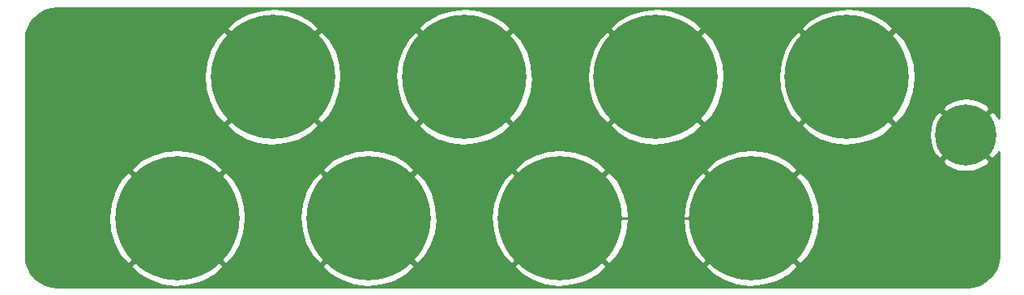
<source format=gbr>
G04 #@! TF.GenerationSoftware,KiCad,Pcbnew,(5.1.5-0)*
G04 #@! TF.CreationDate,2021-01-21T22:08:09-07:00*
G04 #@! TF.ProjectId,front_panel,66726f6e-745f-4706-916e-656c2e6b6963,rev?*
G04 #@! TF.SameCoordinates,Original*
G04 #@! TF.FileFunction,Copper,L1,Top*
G04 #@! TF.FilePolarity,Positive*
%FSLAX46Y46*%
G04 Gerber Fmt 4.6, Leading zero omitted, Abs format (unit mm)*
G04 Created by KiCad (PCBNEW (5.1.5-0)) date 2021-01-21 22:08:09*
%MOMM*%
%LPD*%
G04 APERTURE LIST*
%ADD10C,13.000000*%
%ADD11C,0.800000*%
%ADD12C,6.400000*%
%ADD13C,5.800000*%
%ADD14C,0.250000*%
%ADD15C,0.254000*%
G04 APERTURE END LIST*
D10*
X132565000Y-118715000D03*
X122565000Y-103915000D03*
X112565000Y-118715000D03*
X142565000Y-103915000D03*
X172565000Y-118715000D03*
X152565000Y-118715000D03*
X162565000Y-103915000D03*
X182565000Y-103915000D03*
D11*
X196697056Y-108302944D03*
X195000000Y-107600000D03*
X193302944Y-108302944D03*
X192600000Y-110000000D03*
X193302944Y-111697056D03*
X195000000Y-112400000D03*
X196697056Y-111697056D03*
X197400000Y-110000000D03*
D12*
X195000000Y-110000000D03*
D13*
X100000000Y-100000000D03*
X100000000Y-122630000D03*
X195130000Y-100000000D03*
X195130000Y-122630000D03*
D14*
X152565000Y-118715000D02*
X172565000Y-118715000D01*
D15*
G36*
X195765502Y-96790476D02*
G01*
X196376802Y-96975039D01*
X196940603Y-97274817D01*
X197435445Y-97678399D01*
X197842474Y-98170412D01*
X198146184Y-98732112D01*
X198335008Y-99342104D01*
X198405000Y-100008036D01*
X198405000Y-108235400D01*
X198217555Y-107879330D01*
X198190548Y-107838912D01*
X197700881Y-107478724D01*
X195179605Y-110000000D01*
X197700881Y-112521276D01*
X198190548Y-112161088D01*
X198405001Y-111765891D01*
X198405001Y-122597712D01*
X198339524Y-123265501D01*
X198154962Y-123876800D01*
X197855183Y-124440603D01*
X197451598Y-124935447D01*
X196959587Y-125342474D01*
X196397888Y-125646184D01*
X195787896Y-125835008D01*
X195121964Y-125905000D01*
X100032278Y-125905000D01*
X99364499Y-125839524D01*
X98753200Y-125654962D01*
X98189397Y-125355183D01*
X97694553Y-124951598D01*
X97287526Y-124459587D01*
X96983816Y-123897888D01*
X96941552Y-123761355D01*
X107698251Y-123761355D01*
X108454267Y-124589005D01*
X109679214Y-125278101D01*
X111015062Y-125714982D01*
X112410472Y-125882858D01*
X113811821Y-125775277D01*
X115165255Y-125396373D01*
X116418763Y-124760708D01*
X116675733Y-124589005D01*
X117431749Y-123761355D01*
X127698251Y-123761355D01*
X128454267Y-124589005D01*
X129679214Y-125278101D01*
X131015062Y-125714982D01*
X132410472Y-125882858D01*
X133811821Y-125775277D01*
X135165255Y-125396373D01*
X136418763Y-124760708D01*
X136675733Y-124589005D01*
X137431749Y-123761355D01*
X147698251Y-123761355D01*
X148454267Y-124589005D01*
X149679214Y-125278101D01*
X151015062Y-125714982D01*
X152410472Y-125882858D01*
X153811821Y-125775277D01*
X155165255Y-125396373D01*
X156418763Y-124760708D01*
X156675733Y-124589005D01*
X157431749Y-123761355D01*
X167698251Y-123761355D01*
X168454267Y-124589005D01*
X169679214Y-125278101D01*
X171015062Y-125714982D01*
X172410472Y-125882858D01*
X173811821Y-125775277D01*
X175165255Y-125396373D01*
X176418763Y-124760708D01*
X176675733Y-124589005D01*
X177431749Y-123761355D01*
X172565000Y-118894605D01*
X167698251Y-123761355D01*
X157431749Y-123761355D01*
X152565000Y-118894605D01*
X147698251Y-123761355D01*
X137431749Y-123761355D01*
X132565000Y-118894605D01*
X127698251Y-123761355D01*
X117431749Y-123761355D01*
X112565000Y-118894605D01*
X107698251Y-123761355D01*
X96941552Y-123761355D01*
X96794992Y-123287896D01*
X96725000Y-122621964D01*
X96725000Y-118560472D01*
X105397142Y-118560472D01*
X105504723Y-119961821D01*
X105883627Y-121315255D01*
X106519292Y-122568763D01*
X106690995Y-122825733D01*
X107518645Y-123581749D01*
X112385395Y-118715000D01*
X112744605Y-118715000D01*
X117611355Y-123581749D01*
X118439005Y-122825733D01*
X119128101Y-121600786D01*
X119564982Y-120264938D01*
X119732858Y-118869528D01*
X119709132Y-118560472D01*
X125397142Y-118560472D01*
X125504723Y-119961821D01*
X125883627Y-121315255D01*
X126519292Y-122568763D01*
X126690995Y-122825733D01*
X127518645Y-123581749D01*
X132385395Y-118715000D01*
X132744605Y-118715000D01*
X137611355Y-123581749D01*
X138439005Y-122825733D01*
X139128101Y-121600786D01*
X139564982Y-120264938D01*
X139732858Y-118869528D01*
X139709132Y-118560472D01*
X145397142Y-118560472D01*
X145504723Y-119961821D01*
X145883627Y-121315255D01*
X146519292Y-122568763D01*
X146690995Y-122825733D01*
X147518645Y-123581749D01*
X152385395Y-118715000D01*
X152744605Y-118715000D01*
X157611355Y-123581749D01*
X158439005Y-122825733D01*
X159128101Y-121600786D01*
X159564982Y-120264938D01*
X159732858Y-118869528D01*
X159709132Y-118560472D01*
X165397142Y-118560472D01*
X165504723Y-119961821D01*
X165883627Y-121315255D01*
X166519292Y-122568763D01*
X166690995Y-122825733D01*
X167518645Y-123581749D01*
X172385395Y-118715000D01*
X172744605Y-118715000D01*
X177611355Y-123581749D01*
X178439005Y-122825733D01*
X179128101Y-121600786D01*
X179564982Y-120264938D01*
X179732858Y-118869528D01*
X179625277Y-117468179D01*
X179246373Y-116114745D01*
X178610708Y-114861237D01*
X178439005Y-114604267D01*
X177611355Y-113848251D01*
X172744605Y-118715000D01*
X172385395Y-118715000D01*
X167518645Y-113848251D01*
X166690995Y-114604267D01*
X166001899Y-115829214D01*
X165565018Y-117165062D01*
X165397142Y-118560472D01*
X159709132Y-118560472D01*
X159625277Y-117468179D01*
X159246373Y-116114745D01*
X158610708Y-114861237D01*
X158439005Y-114604267D01*
X157611355Y-113848251D01*
X152744605Y-118715000D01*
X152385395Y-118715000D01*
X147518645Y-113848251D01*
X146690995Y-114604267D01*
X146001899Y-115829214D01*
X145565018Y-117165062D01*
X145397142Y-118560472D01*
X139709132Y-118560472D01*
X139625277Y-117468179D01*
X139246373Y-116114745D01*
X138610708Y-114861237D01*
X138439005Y-114604267D01*
X137611355Y-113848251D01*
X132744605Y-118715000D01*
X132385395Y-118715000D01*
X127518645Y-113848251D01*
X126690995Y-114604267D01*
X126001899Y-115829214D01*
X125565018Y-117165062D01*
X125397142Y-118560472D01*
X119709132Y-118560472D01*
X119625277Y-117468179D01*
X119246373Y-116114745D01*
X118610708Y-114861237D01*
X118439005Y-114604267D01*
X117611355Y-113848251D01*
X112744605Y-118715000D01*
X112385395Y-118715000D01*
X107518645Y-113848251D01*
X106690995Y-114604267D01*
X106001899Y-115829214D01*
X105565018Y-117165062D01*
X105397142Y-118560472D01*
X96725000Y-118560472D01*
X96725000Y-113668645D01*
X107698251Y-113668645D01*
X112565000Y-118535395D01*
X117431749Y-113668645D01*
X127698251Y-113668645D01*
X132565000Y-118535395D01*
X137431749Y-113668645D01*
X147698251Y-113668645D01*
X152565000Y-118535395D01*
X157431749Y-113668645D01*
X167698251Y-113668645D01*
X172565000Y-118535395D01*
X177431749Y-113668645D01*
X176675733Y-112840995D01*
X176426665Y-112700881D01*
X192478724Y-112700881D01*
X192838912Y-113190548D01*
X193502882Y-113550849D01*
X194224385Y-113774694D01*
X194975695Y-113853480D01*
X195727938Y-113784178D01*
X196452208Y-113569452D01*
X197120670Y-113217555D01*
X197161088Y-113190548D01*
X197521276Y-112700881D01*
X195000000Y-110179605D01*
X192478724Y-112700881D01*
X176426665Y-112700881D01*
X175450786Y-112151899D01*
X174114938Y-111715018D01*
X172719528Y-111547142D01*
X171318179Y-111654723D01*
X169964745Y-112033627D01*
X168711237Y-112669292D01*
X168454267Y-112840995D01*
X167698251Y-113668645D01*
X157431749Y-113668645D01*
X156675733Y-112840995D01*
X155450786Y-112151899D01*
X154114938Y-111715018D01*
X152719528Y-111547142D01*
X151318179Y-111654723D01*
X149964745Y-112033627D01*
X148711237Y-112669292D01*
X148454267Y-112840995D01*
X147698251Y-113668645D01*
X137431749Y-113668645D01*
X136675733Y-112840995D01*
X135450786Y-112151899D01*
X134114938Y-111715018D01*
X132719528Y-111547142D01*
X131318179Y-111654723D01*
X129964745Y-112033627D01*
X128711237Y-112669292D01*
X128454267Y-112840995D01*
X127698251Y-113668645D01*
X117431749Y-113668645D01*
X116675733Y-112840995D01*
X115450786Y-112151899D01*
X114114938Y-111715018D01*
X112719528Y-111547142D01*
X111318179Y-111654723D01*
X109964745Y-112033627D01*
X108711237Y-112669292D01*
X108454267Y-112840995D01*
X107698251Y-113668645D01*
X96725000Y-113668645D01*
X96725000Y-108961355D01*
X117698251Y-108961355D01*
X118454267Y-109789005D01*
X119679214Y-110478101D01*
X121015062Y-110914982D01*
X122410472Y-111082858D01*
X123811821Y-110975277D01*
X125165255Y-110596373D01*
X126418763Y-109960708D01*
X126675733Y-109789005D01*
X127431749Y-108961355D01*
X137698251Y-108961355D01*
X138454267Y-109789005D01*
X139679214Y-110478101D01*
X141015062Y-110914982D01*
X142410472Y-111082858D01*
X143811821Y-110975277D01*
X145165255Y-110596373D01*
X146418763Y-109960708D01*
X146675733Y-109789005D01*
X147431749Y-108961355D01*
X157698251Y-108961355D01*
X158454267Y-109789005D01*
X159679214Y-110478101D01*
X161015062Y-110914982D01*
X162410472Y-111082858D01*
X163811821Y-110975277D01*
X165165255Y-110596373D01*
X166418763Y-109960708D01*
X166675733Y-109789005D01*
X167431749Y-108961355D01*
X177698251Y-108961355D01*
X178454267Y-109789005D01*
X179679214Y-110478101D01*
X181015062Y-110914982D01*
X182410472Y-111082858D01*
X183811821Y-110975277D01*
X185165255Y-110596373D01*
X186389209Y-109975695D01*
X191146520Y-109975695D01*
X191215822Y-110727938D01*
X191430548Y-111452208D01*
X191782445Y-112120670D01*
X191809452Y-112161088D01*
X192299119Y-112521276D01*
X194820395Y-110000000D01*
X192299119Y-107478724D01*
X191809452Y-107838912D01*
X191449151Y-108502882D01*
X191225306Y-109224385D01*
X191146520Y-109975695D01*
X186389209Y-109975695D01*
X186418763Y-109960708D01*
X186675733Y-109789005D01*
X187431749Y-108961355D01*
X182565000Y-104094605D01*
X177698251Y-108961355D01*
X167431749Y-108961355D01*
X162565000Y-104094605D01*
X157698251Y-108961355D01*
X147431749Y-108961355D01*
X142565000Y-104094605D01*
X137698251Y-108961355D01*
X127431749Y-108961355D01*
X122565000Y-104094605D01*
X117698251Y-108961355D01*
X96725000Y-108961355D01*
X96725000Y-103760472D01*
X115397142Y-103760472D01*
X115504723Y-105161821D01*
X115883627Y-106515255D01*
X116519292Y-107768763D01*
X116690995Y-108025733D01*
X117518645Y-108781749D01*
X122385395Y-103915000D01*
X122744605Y-103915000D01*
X127611355Y-108781749D01*
X128439005Y-108025733D01*
X129128101Y-106800786D01*
X129564982Y-105464938D01*
X129732858Y-104069528D01*
X129709132Y-103760472D01*
X135397142Y-103760472D01*
X135504723Y-105161821D01*
X135883627Y-106515255D01*
X136519292Y-107768763D01*
X136690995Y-108025733D01*
X137518645Y-108781749D01*
X142385395Y-103915000D01*
X142744605Y-103915000D01*
X147611355Y-108781749D01*
X148439005Y-108025733D01*
X149128101Y-106800786D01*
X149564982Y-105464938D01*
X149732858Y-104069528D01*
X149709132Y-103760472D01*
X155397142Y-103760472D01*
X155504723Y-105161821D01*
X155883627Y-106515255D01*
X156519292Y-107768763D01*
X156690995Y-108025733D01*
X157518645Y-108781749D01*
X162385395Y-103915000D01*
X162744605Y-103915000D01*
X167611355Y-108781749D01*
X168439005Y-108025733D01*
X169128101Y-106800786D01*
X169564982Y-105464938D01*
X169732858Y-104069528D01*
X169709132Y-103760472D01*
X175397142Y-103760472D01*
X175504723Y-105161821D01*
X175883627Y-106515255D01*
X176519292Y-107768763D01*
X176690995Y-108025733D01*
X177518645Y-108781749D01*
X182385395Y-103915000D01*
X182744605Y-103915000D01*
X187611355Y-108781749D01*
X188439005Y-108025733D01*
X188847762Y-107299119D01*
X192478724Y-107299119D01*
X195000000Y-109820395D01*
X197521276Y-107299119D01*
X197161088Y-106809452D01*
X196497118Y-106449151D01*
X195775615Y-106225306D01*
X195024305Y-106146520D01*
X194272062Y-106215822D01*
X193547792Y-106430548D01*
X192879330Y-106782445D01*
X192838912Y-106809452D01*
X192478724Y-107299119D01*
X188847762Y-107299119D01*
X189128101Y-106800786D01*
X189564982Y-105464938D01*
X189732858Y-104069528D01*
X189625277Y-102668179D01*
X189246373Y-101314745D01*
X188610708Y-100061237D01*
X188439005Y-99804267D01*
X187611355Y-99048251D01*
X182744605Y-103915000D01*
X182385395Y-103915000D01*
X177518645Y-99048251D01*
X176690995Y-99804267D01*
X176001899Y-101029214D01*
X175565018Y-102365062D01*
X175397142Y-103760472D01*
X169709132Y-103760472D01*
X169625277Y-102668179D01*
X169246373Y-101314745D01*
X168610708Y-100061237D01*
X168439005Y-99804267D01*
X167611355Y-99048251D01*
X162744605Y-103915000D01*
X162385395Y-103915000D01*
X157518645Y-99048251D01*
X156690995Y-99804267D01*
X156001899Y-101029214D01*
X155565018Y-102365062D01*
X155397142Y-103760472D01*
X149709132Y-103760472D01*
X149625277Y-102668179D01*
X149246373Y-101314745D01*
X148610708Y-100061237D01*
X148439005Y-99804267D01*
X147611355Y-99048251D01*
X142744605Y-103915000D01*
X142385395Y-103915000D01*
X137518645Y-99048251D01*
X136690995Y-99804267D01*
X136001899Y-101029214D01*
X135565018Y-102365062D01*
X135397142Y-103760472D01*
X129709132Y-103760472D01*
X129625277Y-102668179D01*
X129246373Y-101314745D01*
X128610708Y-100061237D01*
X128439005Y-99804267D01*
X127611355Y-99048251D01*
X122744605Y-103915000D01*
X122385395Y-103915000D01*
X117518645Y-99048251D01*
X116690995Y-99804267D01*
X116001899Y-101029214D01*
X115565018Y-102365062D01*
X115397142Y-103760472D01*
X96725000Y-103760472D01*
X96725000Y-100032278D01*
X96790476Y-99364498D01*
X96940183Y-98868645D01*
X117698251Y-98868645D01*
X122565000Y-103735395D01*
X127431749Y-98868645D01*
X137698251Y-98868645D01*
X142565000Y-103735395D01*
X147431749Y-98868645D01*
X157698251Y-98868645D01*
X162565000Y-103735395D01*
X167431749Y-98868645D01*
X177698251Y-98868645D01*
X182565000Y-103735395D01*
X187431749Y-98868645D01*
X186675733Y-98040995D01*
X185450786Y-97351899D01*
X184114938Y-96915018D01*
X182719528Y-96747142D01*
X181318179Y-96854723D01*
X179964745Y-97233627D01*
X178711237Y-97869292D01*
X178454267Y-98040995D01*
X177698251Y-98868645D01*
X167431749Y-98868645D01*
X166675733Y-98040995D01*
X165450786Y-97351899D01*
X164114938Y-96915018D01*
X162719528Y-96747142D01*
X161318179Y-96854723D01*
X159964745Y-97233627D01*
X158711237Y-97869292D01*
X158454267Y-98040995D01*
X157698251Y-98868645D01*
X147431749Y-98868645D01*
X146675733Y-98040995D01*
X145450786Y-97351899D01*
X144114938Y-96915018D01*
X142719528Y-96747142D01*
X141318179Y-96854723D01*
X139964745Y-97233627D01*
X138711237Y-97869292D01*
X138454267Y-98040995D01*
X137698251Y-98868645D01*
X127431749Y-98868645D01*
X126675733Y-98040995D01*
X125450786Y-97351899D01*
X124114938Y-96915018D01*
X122719528Y-96747142D01*
X121318179Y-96854723D01*
X119964745Y-97233627D01*
X118711237Y-97869292D01*
X118454267Y-98040995D01*
X117698251Y-98868645D01*
X96940183Y-98868645D01*
X96975039Y-98753198D01*
X97274817Y-98189397D01*
X97678399Y-97694555D01*
X98170412Y-97287526D01*
X98732112Y-96983816D01*
X99342104Y-96794992D01*
X100008036Y-96725000D01*
X195097722Y-96725000D01*
X195765502Y-96790476D01*
G37*
X195765502Y-96790476D02*
X196376802Y-96975039D01*
X196940603Y-97274817D01*
X197435445Y-97678399D01*
X197842474Y-98170412D01*
X198146184Y-98732112D01*
X198335008Y-99342104D01*
X198405000Y-100008036D01*
X198405000Y-108235400D01*
X198217555Y-107879330D01*
X198190548Y-107838912D01*
X197700881Y-107478724D01*
X195179605Y-110000000D01*
X197700881Y-112521276D01*
X198190548Y-112161088D01*
X198405001Y-111765891D01*
X198405001Y-122597712D01*
X198339524Y-123265501D01*
X198154962Y-123876800D01*
X197855183Y-124440603D01*
X197451598Y-124935447D01*
X196959587Y-125342474D01*
X196397888Y-125646184D01*
X195787896Y-125835008D01*
X195121964Y-125905000D01*
X100032278Y-125905000D01*
X99364499Y-125839524D01*
X98753200Y-125654962D01*
X98189397Y-125355183D01*
X97694553Y-124951598D01*
X97287526Y-124459587D01*
X96983816Y-123897888D01*
X96941552Y-123761355D01*
X107698251Y-123761355D01*
X108454267Y-124589005D01*
X109679214Y-125278101D01*
X111015062Y-125714982D01*
X112410472Y-125882858D01*
X113811821Y-125775277D01*
X115165255Y-125396373D01*
X116418763Y-124760708D01*
X116675733Y-124589005D01*
X117431749Y-123761355D01*
X127698251Y-123761355D01*
X128454267Y-124589005D01*
X129679214Y-125278101D01*
X131015062Y-125714982D01*
X132410472Y-125882858D01*
X133811821Y-125775277D01*
X135165255Y-125396373D01*
X136418763Y-124760708D01*
X136675733Y-124589005D01*
X137431749Y-123761355D01*
X147698251Y-123761355D01*
X148454267Y-124589005D01*
X149679214Y-125278101D01*
X151015062Y-125714982D01*
X152410472Y-125882858D01*
X153811821Y-125775277D01*
X155165255Y-125396373D01*
X156418763Y-124760708D01*
X156675733Y-124589005D01*
X157431749Y-123761355D01*
X167698251Y-123761355D01*
X168454267Y-124589005D01*
X169679214Y-125278101D01*
X171015062Y-125714982D01*
X172410472Y-125882858D01*
X173811821Y-125775277D01*
X175165255Y-125396373D01*
X176418763Y-124760708D01*
X176675733Y-124589005D01*
X177431749Y-123761355D01*
X172565000Y-118894605D01*
X167698251Y-123761355D01*
X157431749Y-123761355D01*
X152565000Y-118894605D01*
X147698251Y-123761355D01*
X137431749Y-123761355D01*
X132565000Y-118894605D01*
X127698251Y-123761355D01*
X117431749Y-123761355D01*
X112565000Y-118894605D01*
X107698251Y-123761355D01*
X96941552Y-123761355D01*
X96794992Y-123287896D01*
X96725000Y-122621964D01*
X96725000Y-118560472D01*
X105397142Y-118560472D01*
X105504723Y-119961821D01*
X105883627Y-121315255D01*
X106519292Y-122568763D01*
X106690995Y-122825733D01*
X107518645Y-123581749D01*
X112385395Y-118715000D01*
X112744605Y-118715000D01*
X117611355Y-123581749D01*
X118439005Y-122825733D01*
X119128101Y-121600786D01*
X119564982Y-120264938D01*
X119732858Y-118869528D01*
X119709132Y-118560472D01*
X125397142Y-118560472D01*
X125504723Y-119961821D01*
X125883627Y-121315255D01*
X126519292Y-122568763D01*
X126690995Y-122825733D01*
X127518645Y-123581749D01*
X132385395Y-118715000D01*
X132744605Y-118715000D01*
X137611355Y-123581749D01*
X138439005Y-122825733D01*
X139128101Y-121600786D01*
X139564982Y-120264938D01*
X139732858Y-118869528D01*
X139709132Y-118560472D01*
X145397142Y-118560472D01*
X145504723Y-119961821D01*
X145883627Y-121315255D01*
X146519292Y-122568763D01*
X146690995Y-122825733D01*
X147518645Y-123581749D01*
X152385395Y-118715000D01*
X152744605Y-118715000D01*
X157611355Y-123581749D01*
X158439005Y-122825733D01*
X159128101Y-121600786D01*
X159564982Y-120264938D01*
X159732858Y-118869528D01*
X159709132Y-118560472D01*
X165397142Y-118560472D01*
X165504723Y-119961821D01*
X165883627Y-121315255D01*
X166519292Y-122568763D01*
X166690995Y-122825733D01*
X167518645Y-123581749D01*
X172385395Y-118715000D01*
X172744605Y-118715000D01*
X177611355Y-123581749D01*
X178439005Y-122825733D01*
X179128101Y-121600786D01*
X179564982Y-120264938D01*
X179732858Y-118869528D01*
X179625277Y-117468179D01*
X179246373Y-116114745D01*
X178610708Y-114861237D01*
X178439005Y-114604267D01*
X177611355Y-113848251D01*
X172744605Y-118715000D01*
X172385395Y-118715000D01*
X167518645Y-113848251D01*
X166690995Y-114604267D01*
X166001899Y-115829214D01*
X165565018Y-117165062D01*
X165397142Y-118560472D01*
X159709132Y-118560472D01*
X159625277Y-117468179D01*
X159246373Y-116114745D01*
X158610708Y-114861237D01*
X158439005Y-114604267D01*
X157611355Y-113848251D01*
X152744605Y-118715000D01*
X152385395Y-118715000D01*
X147518645Y-113848251D01*
X146690995Y-114604267D01*
X146001899Y-115829214D01*
X145565018Y-117165062D01*
X145397142Y-118560472D01*
X139709132Y-118560472D01*
X139625277Y-117468179D01*
X139246373Y-116114745D01*
X138610708Y-114861237D01*
X138439005Y-114604267D01*
X137611355Y-113848251D01*
X132744605Y-118715000D01*
X132385395Y-118715000D01*
X127518645Y-113848251D01*
X126690995Y-114604267D01*
X126001899Y-115829214D01*
X125565018Y-117165062D01*
X125397142Y-118560472D01*
X119709132Y-118560472D01*
X119625277Y-117468179D01*
X119246373Y-116114745D01*
X118610708Y-114861237D01*
X118439005Y-114604267D01*
X117611355Y-113848251D01*
X112744605Y-118715000D01*
X112385395Y-118715000D01*
X107518645Y-113848251D01*
X106690995Y-114604267D01*
X106001899Y-115829214D01*
X105565018Y-117165062D01*
X105397142Y-118560472D01*
X96725000Y-118560472D01*
X96725000Y-113668645D01*
X107698251Y-113668645D01*
X112565000Y-118535395D01*
X117431749Y-113668645D01*
X127698251Y-113668645D01*
X132565000Y-118535395D01*
X137431749Y-113668645D01*
X147698251Y-113668645D01*
X152565000Y-118535395D01*
X157431749Y-113668645D01*
X167698251Y-113668645D01*
X172565000Y-118535395D01*
X177431749Y-113668645D01*
X176675733Y-112840995D01*
X176426665Y-112700881D01*
X192478724Y-112700881D01*
X192838912Y-113190548D01*
X193502882Y-113550849D01*
X194224385Y-113774694D01*
X194975695Y-113853480D01*
X195727938Y-113784178D01*
X196452208Y-113569452D01*
X197120670Y-113217555D01*
X197161088Y-113190548D01*
X197521276Y-112700881D01*
X195000000Y-110179605D01*
X192478724Y-112700881D01*
X176426665Y-112700881D01*
X175450786Y-112151899D01*
X174114938Y-111715018D01*
X172719528Y-111547142D01*
X171318179Y-111654723D01*
X169964745Y-112033627D01*
X168711237Y-112669292D01*
X168454267Y-112840995D01*
X167698251Y-113668645D01*
X157431749Y-113668645D01*
X156675733Y-112840995D01*
X155450786Y-112151899D01*
X154114938Y-111715018D01*
X152719528Y-111547142D01*
X151318179Y-111654723D01*
X149964745Y-112033627D01*
X148711237Y-112669292D01*
X148454267Y-112840995D01*
X147698251Y-113668645D01*
X137431749Y-113668645D01*
X136675733Y-112840995D01*
X135450786Y-112151899D01*
X134114938Y-111715018D01*
X132719528Y-111547142D01*
X131318179Y-111654723D01*
X129964745Y-112033627D01*
X128711237Y-112669292D01*
X128454267Y-112840995D01*
X127698251Y-113668645D01*
X117431749Y-113668645D01*
X116675733Y-112840995D01*
X115450786Y-112151899D01*
X114114938Y-111715018D01*
X112719528Y-111547142D01*
X111318179Y-111654723D01*
X109964745Y-112033627D01*
X108711237Y-112669292D01*
X108454267Y-112840995D01*
X107698251Y-113668645D01*
X96725000Y-113668645D01*
X96725000Y-108961355D01*
X117698251Y-108961355D01*
X118454267Y-109789005D01*
X119679214Y-110478101D01*
X121015062Y-110914982D01*
X122410472Y-111082858D01*
X123811821Y-110975277D01*
X125165255Y-110596373D01*
X126418763Y-109960708D01*
X126675733Y-109789005D01*
X127431749Y-108961355D01*
X137698251Y-108961355D01*
X138454267Y-109789005D01*
X139679214Y-110478101D01*
X141015062Y-110914982D01*
X142410472Y-111082858D01*
X143811821Y-110975277D01*
X145165255Y-110596373D01*
X146418763Y-109960708D01*
X146675733Y-109789005D01*
X147431749Y-108961355D01*
X157698251Y-108961355D01*
X158454267Y-109789005D01*
X159679214Y-110478101D01*
X161015062Y-110914982D01*
X162410472Y-111082858D01*
X163811821Y-110975277D01*
X165165255Y-110596373D01*
X166418763Y-109960708D01*
X166675733Y-109789005D01*
X167431749Y-108961355D01*
X177698251Y-108961355D01*
X178454267Y-109789005D01*
X179679214Y-110478101D01*
X181015062Y-110914982D01*
X182410472Y-111082858D01*
X183811821Y-110975277D01*
X185165255Y-110596373D01*
X186389209Y-109975695D01*
X191146520Y-109975695D01*
X191215822Y-110727938D01*
X191430548Y-111452208D01*
X191782445Y-112120670D01*
X191809452Y-112161088D01*
X192299119Y-112521276D01*
X194820395Y-110000000D01*
X192299119Y-107478724D01*
X191809452Y-107838912D01*
X191449151Y-108502882D01*
X191225306Y-109224385D01*
X191146520Y-109975695D01*
X186389209Y-109975695D01*
X186418763Y-109960708D01*
X186675733Y-109789005D01*
X187431749Y-108961355D01*
X182565000Y-104094605D01*
X177698251Y-108961355D01*
X167431749Y-108961355D01*
X162565000Y-104094605D01*
X157698251Y-108961355D01*
X147431749Y-108961355D01*
X142565000Y-104094605D01*
X137698251Y-108961355D01*
X127431749Y-108961355D01*
X122565000Y-104094605D01*
X117698251Y-108961355D01*
X96725000Y-108961355D01*
X96725000Y-103760472D01*
X115397142Y-103760472D01*
X115504723Y-105161821D01*
X115883627Y-106515255D01*
X116519292Y-107768763D01*
X116690995Y-108025733D01*
X117518645Y-108781749D01*
X122385395Y-103915000D01*
X122744605Y-103915000D01*
X127611355Y-108781749D01*
X128439005Y-108025733D01*
X129128101Y-106800786D01*
X129564982Y-105464938D01*
X129732858Y-104069528D01*
X129709132Y-103760472D01*
X135397142Y-103760472D01*
X135504723Y-105161821D01*
X135883627Y-106515255D01*
X136519292Y-107768763D01*
X136690995Y-108025733D01*
X137518645Y-108781749D01*
X142385395Y-103915000D01*
X142744605Y-103915000D01*
X147611355Y-108781749D01*
X148439005Y-108025733D01*
X149128101Y-106800786D01*
X149564982Y-105464938D01*
X149732858Y-104069528D01*
X149709132Y-103760472D01*
X155397142Y-103760472D01*
X155504723Y-105161821D01*
X155883627Y-106515255D01*
X156519292Y-107768763D01*
X156690995Y-108025733D01*
X157518645Y-108781749D01*
X162385395Y-103915000D01*
X162744605Y-103915000D01*
X167611355Y-108781749D01*
X168439005Y-108025733D01*
X169128101Y-106800786D01*
X169564982Y-105464938D01*
X169732858Y-104069528D01*
X169709132Y-103760472D01*
X175397142Y-103760472D01*
X175504723Y-105161821D01*
X175883627Y-106515255D01*
X176519292Y-107768763D01*
X176690995Y-108025733D01*
X177518645Y-108781749D01*
X182385395Y-103915000D01*
X182744605Y-103915000D01*
X187611355Y-108781749D01*
X188439005Y-108025733D01*
X188847762Y-107299119D01*
X192478724Y-107299119D01*
X195000000Y-109820395D01*
X197521276Y-107299119D01*
X197161088Y-106809452D01*
X196497118Y-106449151D01*
X195775615Y-106225306D01*
X195024305Y-106146520D01*
X194272062Y-106215822D01*
X193547792Y-106430548D01*
X192879330Y-106782445D01*
X192838912Y-106809452D01*
X192478724Y-107299119D01*
X188847762Y-107299119D01*
X189128101Y-106800786D01*
X189564982Y-105464938D01*
X189732858Y-104069528D01*
X189625277Y-102668179D01*
X189246373Y-101314745D01*
X188610708Y-100061237D01*
X188439005Y-99804267D01*
X187611355Y-99048251D01*
X182744605Y-103915000D01*
X182385395Y-103915000D01*
X177518645Y-99048251D01*
X176690995Y-99804267D01*
X176001899Y-101029214D01*
X175565018Y-102365062D01*
X175397142Y-103760472D01*
X169709132Y-103760472D01*
X169625277Y-102668179D01*
X169246373Y-101314745D01*
X168610708Y-100061237D01*
X168439005Y-99804267D01*
X167611355Y-99048251D01*
X162744605Y-103915000D01*
X162385395Y-103915000D01*
X157518645Y-99048251D01*
X156690995Y-99804267D01*
X156001899Y-101029214D01*
X155565018Y-102365062D01*
X155397142Y-103760472D01*
X149709132Y-103760472D01*
X149625277Y-102668179D01*
X149246373Y-101314745D01*
X148610708Y-100061237D01*
X148439005Y-99804267D01*
X147611355Y-99048251D01*
X142744605Y-103915000D01*
X142385395Y-103915000D01*
X137518645Y-99048251D01*
X136690995Y-99804267D01*
X136001899Y-101029214D01*
X135565018Y-102365062D01*
X135397142Y-103760472D01*
X129709132Y-103760472D01*
X129625277Y-102668179D01*
X129246373Y-101314745D01*
X128610708Y-100061237D01*
X128439005Y-99804267D01*
X127611355Y-99048251D01*
X122744605Y-103915000D01*
X122385395Y-103915000D01*
X117518645Y-99048251D01*
X116690995Y-99804267D01*
X116001899Y-101029214D01*
X115565018Y-102365062D01*
X115397142Y-103760472D01*
X96725000Y-103760472D01*
X96725000Y-100032278D01*
X96790476Y-99364498D01*
X96940183Y-98868645D01*
X117698251Y-98868645D01*
X122565000Y-103735395D01*
X127431749Y-98868645D01*
X137698251Y-98868645D01*
X142565000Y-103735395D01*
X147431749Y-98868645D01*
X157698251Y-98868645D01*
X162565000Y-103735395D01*
X167431749Y-98868645D01*
X177698251Y-98868645D01*
X182565000Y-103735395D01*
X187431749Y-98868645D01*
X186675733Y-98040995D01*
X185450786Y-97351899D01*
X184114938Y-96915018D01*
X182719528Y-96747142D01*
X181318179Y-96854723D01*
X179964745Y-97233627D01*
X178711237Y-97869292D01*
X178454267Y-98040995D01*
X177698251Y-98868645D01*
X167431749Y-98868645D01*
X166675733Y-98040995D01*
X165450786Y-97351899D01*
X164114938Y-96915018D01*
X162719528Y-96747142D01*
X161318179Y-96854723D01*
X159964745Y-97233627D01*
X158711237Y-97869292D01*
X158454267Y-98040995D01*
X157698251Y-98868645D01*
X147431749Y-98868645D01*
X146675733Y-98040995D01*
X145450786Y-97351899D01*
X144114938Y-96915018D01*
X142719528Y-96747142D01*
X141318179Y-96854723D01*
X139964745Y-97233627D01*
X138711237Y-97869292D01*
X138454267Y-98040995D01*
X137698251Y-98868645D01*
X127431749Y-98868645D01*
X126675733Y-98040995D01*
X125450786Y-97351899D01*
X124114938Y-96915018D01*
X122719528Y-96747142D01*
X121318179Y-96854723D01*
X119964745Y-97233627D01*
X118711237Y-97869292D01*
X118454267Y-98040995D01*
X117698251Y-98868645D01*
X96940183Y-98868645D01*
X96975039Y-98753198D01*
X97274817Y-98189397D01*
X97678399Y-97694555D01*
X98170412Y-97287526D01*
X98732112Y-96983816D01*
X99342104Y-96794992D01*
X100008036Y-96725000D01*
X195097722Y-96725000D01*
X195765502Y-96790476D01*
M02*

</source>
